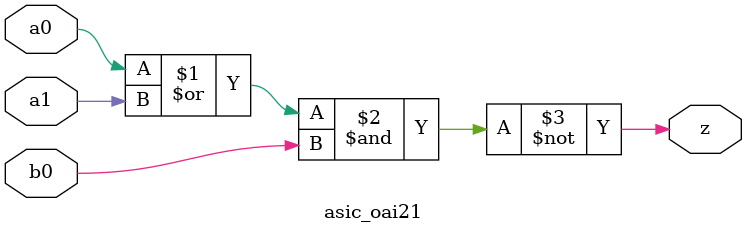
<source format=v>

module asic_oai21
   (
    input  a0,
    input  a1,
    input  b0,
    output z
    );

   assign z = ~((a0 | a1) & b0);

endmodule

</source>
